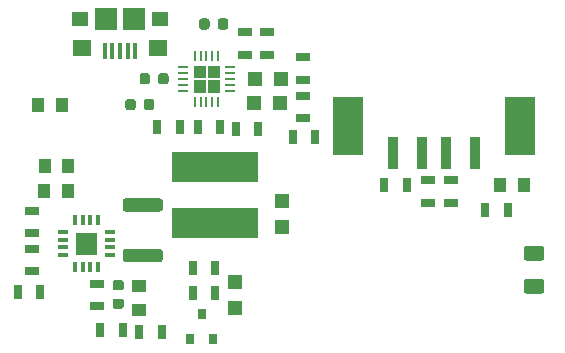
<source format=gtp>
%TF.GenerationSoftware,KiCad,Pcbnew,(5.1.8)-1*%
%TF.CreationDate,2021-04-18T19:42:35-04:00*%
%TF.ProjectId,AndrewPowerbank,416e6472-6577-4506-9f77-657262616e6b,rev?*%
%TF.SameCoordinates,Original*%
%TF.FileFunction,Paste,Top*%
%TF.FilePolarity,Positive*%
%FSLAX46Y46*%
G04 Gerber Fmt 4.6, Leading zero omitted, Abs format (unit mm)*
G04 Created by KiCad (PCBNEW (5.1.8)-1) date 2021-04-18 19:42:35*
%MOMM*%
%LPD*%
G01*
G04 APERTURE LIST*
%ADD10C,0.010000*%
%ADD11R,2.500000X5.000000*%
%ADD12R,0.900000X2.800000*%
%ADD13R,0.700000X1.300000*%
%ADD14R,7.315200X2.590800*%
%ADD15R,1.300000X0.700000*%
%ADD16R,1.000000X1.250000*%
%ADD17R,1.250000X1.000000*%
%ADD18R,1.200000X1.200000*%
%ADD19R,1.900000X1.900000*%
%ADD20R,1.450000X1.300000*%
%ADD21R,1.600000X1.400000*%
%ADD22R,0.400000X1.350000*%
%ADD23R,0.800000X0.900000*%
%ADD24R,0.810000X0.260000*%
%ADD25R,0.260000X0.810000*%
%ADD26R,0.340000X0.810000*%
%ADD27R,0.810000X0.340000*%
G04 APERTURE END LIST*
D10*
%TO.C,U1*%
G36*
X48390000Y-79398200D02*
G01*
X48390000Y-78438200D01*
X49350000Y-78438200D01*
X49350000Y-79398200D01*
X48390000Y-79398200D01*
G37*
X48390000Y-79398200D02*
X48390000Y-78438200D01*
X49350000Y-78438200D01*
X49350000Y-79398200D01*
X48390000Y-79398200D01*
G36*
X48390000Y-78178200D02*
G01*
X48390000Y-77218200D01*
X49350000Y-77218200D01*
X49350000Y-78178200D01*
X48390000Y-78178200D01*
G37*
X48390000Y-78178200D02*
X48390000Y-77218200D01*
X49350000Y-77218200D01*
X49350000Y-78178200D01*
X48390000Y-78178200D01*
G36*
X47170000Y-78178200D02*
G01*
X47170000Y-77218200D01*
X48130000Y-77218200D01*
X48130000Y-78178200D01*
X47170000Y-78178200D01*
G37*
X47170000Y-78178200D02*
X47170000Y-77218200D01*
X48130000Y-77218200D01*
X48130000Y-78178200D01*
X47170000Y-78178200D01*
G36*
X47170000Y-79398200D02*
G01*
X47170000Y-78438200D01*
X48130000Y-78438200D01*
X48130000Y-79398200D01*
X47170000Y-79398200D01*
G37*
X47170000Y-79398200D02*
X47170000Y-78438200D01*
X48130000Y-78438200D01*
X48130000Y-79398200D01*
X47170000Y-79398200D01*
%TO.C,U2*%
G36*
X38953372Y-93105800D02*
G01*
X37247000Y-93105800D01*
X37247000Y-91399428D01*
X38953372Y-91399428D01*
X38953372Y-93105800D01*
G37*
X38953372Y-93105800D02*
X37247000Y-93105800D01*
X37247000Y-91399428D01*
X38953372Y-91399428D01*
X38953372Y-93105800D01*
%TD*%
D11*
%TO.C,J3*%
X60283520Y-82326280D03*
X74783520Y-82326280D03*
D12*
X66533520Y-84576280D03*
X71033520Y-84576280D03*
X68533520Y-84576280D03*
X64033520Y-84576280D03*
%TD*%
D13*
%TO.C,R20*%
X50739000Y-82562700D03*
X52639000Y-82562700D03*
%TD*%
%TO.C,R19*%
X57454840Y-83281520D03*
X55554840Y-83281520D03*
%TD*%
D14*
%TO.C,L1*%
X49022000Y-90513400D03*
X49022000Y-85813400D03*
%TD*%
D15*
%TO.C,R7*%
X33528000Y-91374000D03*
X33528000Y-89474000D03*
%TD*%
%TO.C,R13*%
X51485800Y-74361000D03*
X51485800Y-76261000D03*
%TD*%
%TO.C,C7*%
G36*
G01*
X43838580Y-80238890D02*
X43838580Y-80751390D01*
G75*
G02*
X43619830Y-80970140I-218750J0D01*
G01*
X43182330Y-80970140D01*
G75*
G02*
X42963580Y-80751390I0J218750D01*
G01*
X42963580Y-80238890D01*
G75*
G02*
X43182330Y-80020140I218750J0D01*
G01*
X43619830Y-80020140D01*
G75*
G02*
X43838580Y-80238890I0J-218750D01*
G01*
G37*
G36*
G01*
X42263580Y-80238890D02*
X42263580Y-80751390D01*
G75*
G02*
X42044830Y-80970140I-218750J0D01*
G01*
X41607330Y-80970140D01*
G75*
G02*
X41388580Y-80751390I0J218750D01*
G01*
X41388580Y-80238890D01*
G75*
G02*
X41607330Y-80020140I218750J0D01*
G01*
X42044830Y-80020140D01*
G75*
G02*
X42263580Y-80238890I0J-218750D01*
G01*
G37*
%TD*%
D16*
%TO.C,C1*%
X73112120Y-87330280D03*
X75112120Y-87330280D03*
%TD*%
%TO.C,C2*%
X36013900Y-80568800D03*
X34013900Y-80568800D03*
%TD*%
%TO.C,C3*%
G36*
G01*
X47649680Y-73928950D02*
X47649680Y-73416450D01*
G75*
G02*
X47868430Y-73197700I218750J0D01*
G01*
X48305930Y-73197700D01*
G75*
G02*
X48524680Y-73416450I0J-218750D01*
G01*
X48524680Y-73928950D01*
G75*
G02*
X48305930Y-74147700I-218750J0D01*
G01*
X47868430Y-74147700D01*
G75*
G02*
X47649680Y-73928950I0J218750D01*
G01*
G37*
G36*
G01*
X49224680Y-73928950D02*
X49224680Y-73416450D01*
G75*
G02*
X49443430Y-73197700I218750J0D01*
G01*
X49880930Y-73197700D01*
G75*
G02*
X50099680Y-73416450I0J-218750D01*
G01*
X50099680Y-73928950D01*
G75*
G02*
X49880930Y-74147700I-218750J0D01*
G01*
X49443430Y-74147700D01*
G75*
G02*
X49224680Y-73928950I0J218750D01*
G01*
G37*
%TD*%
%TO.C,C4*%
X34534600Y-87833200D03*
X36534600Y-87833200D03*
%TD*%
%TO.C,C5*%
G36*
G01*
X43477700Y-78051950D02*
X43477700Y-78564450D01*
G75*
G02*
X43258950Y-78783200I-218750J0D01*
G01*
X42821450Y-78783200D01*
G75*
G02*
X42602700Y-78564450I0J218750D01*
G01*
X42602700Y-78051950D01*
G75*
G02*
X42821450Y-77833200I218750J0D01*
G01*
X43258950Y-77833200D01*
G75*
G02*
X43477700Y-78051950I0J-218750D01*
G01*
G37*
G36*
G01*
X45052700Y-78051950D02*
X45052700Y-78564450D01*
G75*
G02*
X44833950Y-78783200I-218750J0D01*
G01*
X44396450Y-78783200D01*
G75*
G02*
X44177700Y-78564450I0J218750D01*
G01*
X44177700Y-78051950D01*
G75*
G02*
X44396450Y-77833200I218750J0D01*
G01*
X44833950Y-77833200D01*
G75*
G02*
X45052700Y-78051950I0J-218750D01*
G01*
G37*
%TD*%
%TO.C,C6*%
X36560000Y-85674200D03*
X34560000Y-85674200D03*
%TD*%
%TO.C,C8*%
G36*
G01*
X40536150Y-96920800D02*
X41048650Y-96920800D01*
G75*
G02*
X41267400Y-97139550I0J-218750D01*
G01*
X41267400Y-97577050D01*
G75*
G02*
X41048650Y-97795800I-218750J0D01*
G01*
X40536150Y-97795800D01*
G75*
G02*
X40317400Y-97577050I0J218750D01*
G01*
X40317400Y-97139550D01*
G75*
G02*
X40536150Y-96920800I218750J0D01*
G01*
G37*
G36*
G01*
X40536150Y-95345800D02*
X41048650Y-95345800D01*
G75*
G02*
X41267400Y-95564550I0J-218750D01*
G01*
X41267400Y-96002050D01*
G75*
G02*
X41048650Y-96220800I-218750J0D01*
G01*
X40536150Y-96220800D01*
G75*
G02*
X40317400Y-96002050I0J218750D01*
G01*
X40317400Y-95564550D01*
G75*
G02*
X40536150Y-95345800I218750J0D01*
G01*
G37*
%TD*%
D17*
%TO.C,C9*%
X42519600Y-95859600D03*
X42519600Y-97859600D03*
%TD*%
%TO.C,C10*%
G36*
G01*
X41425198Y-92710200D02*
X44325202Y-92710200D01*
G75*
G02*
X44575200Y-92960198I0J-249998D01*
G01*
X44575200Y-93585202D01*
G75*
G02*
X44325202Y-93835200I-249998J0D01*
G01*
X41425198Y-93835200D01*
G75*
G02*
X41175200Y-93585202I0J249998D01*
G01*
X41175200Y-92960198D01*
G75*
G02*
X41425198Y-92710200I249998J0D01*
G01*
G37*
G36*
G01*
X41425198Y-88435200D02*
X44325202Y-88435200D01*
G75*
G02*
X44575200Y-88685198I0J-249998D01*
G01*
X44575200Y-89310202D01*
G75*
G02*
X44325202Y-89560200I-249998J0D01*
G01*
X41425198Y-89560200D01*
G75*
G02*
X41175200Y-89310202I0J249998D01*
G01*
X41175200Y-88685198D01*
G75*
G02*
X41425198Y-88435200I249998J0D01*
G01*
G37*
%TD*%
D18*
%TO.C,D1*%
X54541600Y-78333600D03*
X52341600Y-78333600D03*
%TD*%
%TO.C,D2*%
X54528900Y-80352900D03*
X52328900Y-80352900D03*
%TD*%
%TO.C,D3*%
X50698400Y-97747000D03*
X50698400Y-95547000D03*
%TD*%
%TO.C,D4*%
X54660800Y-88689000D03*
X54660800Y-90889000D03*
%TD*%
%TO.C,F1*%
G36*
G01*
X76621800Y-96513000D02*
X75371800Y-96513000D01*
G75*
G02*
X75121800Y-96263000I0J250000D01*
G01*
X75121800Y-95513000D01*
G75*
G02*
X75371800Y-95263000I250000J0D01*
G01*
X76621800Y-95263000D01*
G75*
G02*
X76871800Y-95513000I0J-250000D01*
G01*
X76871800Y-96263000D01*
G75*
G02*
X76621800Y-96513000I-250000J0D01*
G01*
G37*
G36*
G01*
X76621800Y-93713000D02*
X75371800Y-93713000D01*
G75*
G02*
X75121800Y-93463000I0J250000D01*
G01*
X75121800Y-92713000D01*
G75*
G02*
X75371800Y-92463000I250000J0D01*
G01*
X76621800Y-92463000D01*
G75*
G02*
X76871800Y-92713000I0J-250000D01*
G01*
X76871800Y-93463000D01*
G75*
G02*
X76621800Y-93713000I-250000J0D01*
G01*
G37*
%TD*%
D19*
%TO.C,J4*%
X39744800Y-73253600D03*
X42144800Y-73253600D03*
D20*
X44369800Y-73253600D03*
X37519800Y-73253600D03*
D21*
X37744800Y-75703600D03*
X44144800Y-75703600D03*
D22*
X39644800Y-75928600D03*
X40294800Y-75928600D03*
X40944800Y-75928600D03*
X41594800Y-75928600D03*
X42244800Y-75928600D03*
%TD*%
D23*
%TO.C,Q1*%
X46903600Y-100364000D03*
X48803600Y-100364000D03*
X47853600Y-98264000D03*
%TD*%
D15*
%TO.C,R1*%
X67000120Y-86913680D03*
X67000120Y-88813680D03*
%TD*%
D13*
%TO.C,R2*%
X65206920Y-87330280D03*
X63306920Y-87330280D03*
%TD*%
D15*
%TO.C,R3*%
X69006720Y-88813680D03*
X69006720Y-86913680D03*
%TD*%
D13*
%TO.C,R4*%
X73766720Y-89438480D03*
X71866720Y-89438480D03*
%TD*%
%TO.C,R5*%
X49425900Y-82372200D03*
X47525900Y-82372200D03*
%TD*%
%TO.C,R6*%
X44114720Y-82362040D03*
X46014720Y-82362040D03*
%TD*%
D15*
%TO.C,R8*%
X33528000Y-94625200D03*
X33528000Y-92725200D03*
%TD*%
D13*
%TO.C,R9*%
X34173200Y-96393000D03*
X32273200Y-96393000D03*
%TD*%
D15*
%TO.C,R10*%
X53403500Y-74361000D03*
X53403500Y-76261000D03*
%TD*%
%TO.C,R11*%
X56426100Y-78394600D03*
X56426100Y-76494600D03*
%TD*%
%TO.C,R12*%
X56413400Y-79745800D03*
X56413400Y-81645800D03*
%TD*%
%TO.C,R14*%
X39014400Y-97571600D03*
X39014400Y-95671600D03*
%TD*%
D13*
%TO.C,R15*%
X41183600Y-99618800D03*
X39283600Y-99618800D03*
%TD*%
%TO.C,R16*%
X47106800Y-96469200D03*
X49006800Y-96469200D03*
%TD*%
%TO.C,R17*%
X44460200Y-99771200D03*
X42560200Y-99771200D03*
%TD*%
%TO.C,R18*%
X49006800Y-94335600D03*
X47106800Y-94335600D03*
%TD*%
D24*
%TO.C,U1*%
X46305000Y-79308200D03*
X46305000Y-78808200D03*
X46305000Y-78308200D03*
X46305000Y-77808200D03*
X46305000Y-77308200D03*
D25*
X47260000Y-76353200D03*
X47760000Y-76353200D03*
X48260000Y-76353200D03*
X48760000Y-76353200D03*
X49260000Y-76353200D03*
D24*
X50215000Y-77308200D03*
X50215000Y-77808200D03*
X50215000Y-78308200D03*
X50215000Y-78808200D03*
X50215000Y-79308200D03*
D25*
X49260000Y-80263200D03*
X48760000Y-80263200D03*
X48260000Y-80263200D03*
X47760000Y-80263200D03*
X47260000Y-80263200D03*
%TD*%
D26*
%TO.C,U2*%
X39075000Y-94207800D03*
X38425000Y-94207800D03*
X37775000Y-94207800D03*
X37125000Y-94207800D03*
D27*
X36145000Y-93227800D03*
X36145000Y-92577800D03*
X36145000Y-91927800D03*
X36145000Y-91277800D03*
D26*
X37125000Y-90297800D03*
X37775000Y-90297800D03*
X38425000Y-90297800D03*
X39075000Y-90297800D03*
D27*
X40055000Y-91277800D03*
X40055000Y-91927800D03*
X40055000Y-92577800D03*
X40055000Y-93227800D03*
%TD*%
M02*

</source>
